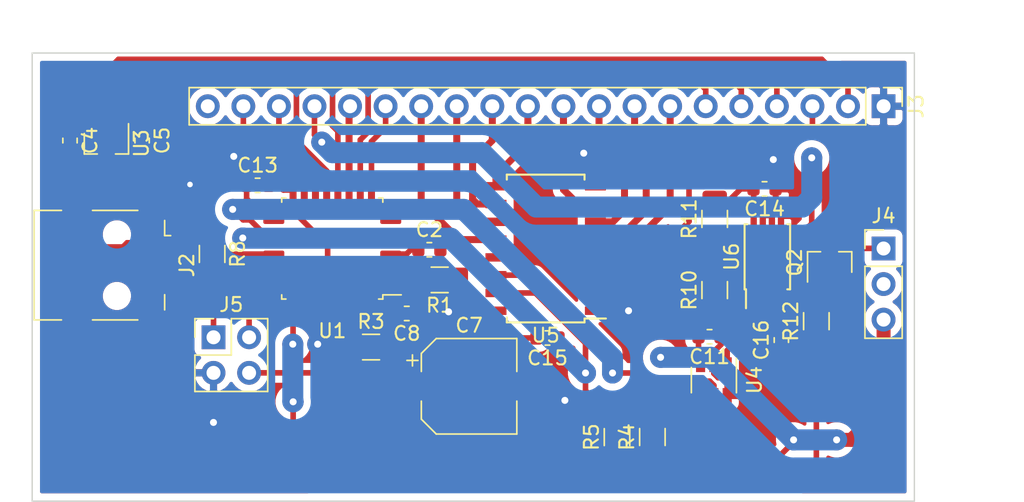
<source format=kicad_pcb>
(kicad_pcb (version 20171130) (host pcbnew "(5.1.0)-1")
  (layers (0 F.Cu signal) (31 B.Cu signal) (34 B.Paste user) (35 F.Paste user) (36 B.SilkS user) (37 F.SilkS user) (38 B.Mask user) (39 F.Mask user) (44 Edge.Cuts user))
  (net 0 "")
  (net 1 GND)
  (net 2 "Net-(C2-Pad1)")
  (net 3 +5V)
  (net 4 +3V3)
  (net 5 /VEE)
  (net 6 +5VA)
  (net 7 /USB_D+)
  (net 8 /USB_D-)
  (net 9 /FS)
  (net 10 /MD2)
  (net 11 /RESET)
  (net 12 /CE)
  (net 13 /DB7)
  (net 14 /DB6)
  (net 15 /DB5)
  (net 16 /DB4)
  (net 17 /DB3)
  (net 18 /DB2)
  (net 19 /DB1)
  (net 20 /DB0)
  (net 21 /WR)
  (net 22 /RD)
  (net 23 /CD)
  (net 24 /V0)
  (net 25 "Net-(J4-Pad1)")
  (net 26 /SWCLK)
  (net 27 /SWDIO)
  (net 28 "Net-(Q2-Pad1)")
  (net 29 "Net-(R3-Pad1)")
  (net 30 /SCL)
  (net 31 /SDA)
  (net 32 "Net-(R10-Pad2)")
  (net 33 /BACKLIGHT)
  (net 34 "Net-(U4-Pad1)")
  (net 35 "Net-(U6-Pad6)")
  (module Resistor_SMD:R_1206_3216Metric (layer F.Cu) (at 158.7642 74.4286 90)
    (fp_text reference R5 (at 0 -1.82 90) (layer F.SilkS))
    (fp_text value 4.7k)
    (pad 2 smd roundrect (at 1.4 0 90) (size 1.25 1.75) (layers F.Cu F.Paste F.Mask) (roundrect_rratio 0.2) (net 31 /SDA))
    (pad 1 smd roundrect (at -1.4 0 90) (size 1.25 1.75) (layers F.Cu F.Paste F.Mask) (roundrect_rratio 0.2) (net 4 +3V3))
  )
  (module Resistor_SMD:R_1206_3216Metric (layer F.Cu) (at 161.29 74.422 90)
    (fp_text reference R4 (at 0 -1.82 90) (layer F.SilkS))
    (fp_text value 4.7k)
    (pad 2 smd roundrect (at 1.4 0 90) (size 1.25 1.75) (layers F.Cu F.Paste F.Mask) (roundrect_rratio 0.2) (net 30 /SCL))
    (pad 1 smd roundrect (at -1.4 0 90) (size 1.25 1.75) (layers F.Cu F.Paste F.Mask) (roundrect_rratio 0.2) (net 4 +3V3))
  )
  (module Resistor_SMD:R_1206_3216Metric (layer F.Cu) (at 129.85 61.35 270)
    (fp_text reference R8 (at 0 -1.82 270) (layer F.SilkS))
    (fp_text value 1k)
    (pad 2 smd roundrect (at 1.4 0 270) (size 1.25 1.75) (layers F.Cu F.Paste F.Mask) (roundrect_rratio 0.2) (net 7 /USB_D+))
    (pad 1 smd roundrect (at -1.4 0 270) (size 1.25 1.75) (layers F.Cu F.Paste F.Mask) (roundrect_rratio 0.2) (net 4 +3V3))
  )
  (module Resistor_SMD:R_1206_3216Metric (layer F.Cu) (at 141.2 68)
    (fp_text reference R3 (at 0 -1.82) (layer F.SilkS))
    (fp_text value 100k)
    (pad 2 smd roundrect (at 1.4 0) (size 1.25 1.75) (layers F.Cu F.Paste F.Mask) (roundrect_rratio 0.2) (net 1 GND))
    (pad 1 smd roundrect (at -1.4 0) (size 1.25 1.75) (layers F.Cu F.Paste F.Mask) (roundrect_rratio 0.2) (net 29 "Net-(R3-Pad1)"))
  )
  (module Resistor_SMD:R_1206_3216Metric (layer F.Cu) (at 146.1 63.2 180)
    (fp_text reference R1 (at 0 -1.82 180) (layer F.SilkS))
    (fp_text value 100k)
    (pad 2 smd roundrect (at 1.4 0 180) (size 1.25 1.75) (layers F.Cu F.Paste F.Mask) (roundrect_rratio 0.2) (net 2 "Net-(C2-Pad1)"))
    (pad 1 smd roundrect (at -1.4 0 180) (size 1.25 1.75) (layers F.Cu F.Paste F.Mask) (roundrect_rratio 0.2) (net 4 +3V3))
  )
  (module Package_SO:TSSOP-8_4.4x3mm_P0.65mm (layer F.Cu) (at 169.5 61.55 90)
    (fp_text reference U6 (at 0 -2.55 90) (layer F.SilkS))
    (fp_text value OPA2990)
    (pad 8 smd rect (at 2.95 -0.975 90) (size 1.45 0.45) (layers F.Cu F.Paste F.Mask) (net 3 +5V))
    (pad 7 smd rect (at 2.95 -0.325 90) (size 1.45 0.45) (layers F.Cu F.Paste F.Mask) (net 35 "Net-(U6-Pad6)"))
    (pad 6 smd rect (at 2.95 0.325 90) (size 1.45 0.45) (layers F.Cu F.Paste F.Mask) (net 35 "Net-(U6-Pad6)"))
    (pad 5 smd rect (at 2.95 0.975 90) (size 1.45 0.45) (layers F.Cu F.Paste F.Mask) (net 1 GND))
    (pad 4 smd rect (at -2.95 0.975 90) (size 1.45 0.45) (layers F.Cu F.Paste F.Mask) (net 5 /VEE))
    (pad 3 smd rect (at -2.95 0.325 90) (size 1.45 0.45) (layers F.Cu F.Paste F.Mask) (net 34 "Net-(U4-Pad1)"))
    (pad 2 smd rect (at -2.95 -0.325 90) (size 1.45 0.45) (layers F.Cu F.Paste F.Mask) (net 32 "Net-(R10-Pad2)"))
    (pad 1 smd rect (at -2.95 -0.975 90) (size 1.45 0.45) (layers F.Cu F.Paste F.Mask) (net 24 /V0))
  )
  (module Package_SO:SOIC-16W_5.3x10.2mm_P1.27mm (layer F.Cu) (at 153.67 60.96 180)
    (fp_text reference U5 (at 0 -6.2 180) (layer F.SilkS))
    (fp_text value TCA9534)
    (pad 16 smd rect (at 3.55 -4.445 180) (size 1.5 0.6) (layers F.Cu F.Paste F.Mask) (net 4 +3V3))
    (pad 15 smd rect (at 3.55 -3.175 180) (size 1.5 0.6) (layers F.Cu F.Paste F.Mask) (net 31 /SDA))
    (pad 14 smd rect (at 3.55 -1.905 180) (size 1.5 0.6) (layers F.Cu F.Paste F.Mask) (net 30 /SCL))
    (pad 13 smd rect (at 3.55 -0.635 180) (size 1.5 0.6) (layers F.Cu F.Paste F.Mask))
    (pad 12 smd rect (at 3.55 0.635 180) (size 1.5 0.6) (layers F.Cu F.Paste F.Mask) (net 13 /DB7))
    (pad 11 smd rect (at 3.55 1.905 180) (size 1.5 0.6) (layers F.Cu F.Paste F.Mask) (net 14 /DB6))
    (pad 10 smd rect (at 3.55 3.175 180) (size 1.5 0.6) (layers F.Cu F.Paste F.Mask) (net 15 /DB5))
    (pad 9 smd rect (at 3.55 4.445 180) (size 1.5 0.6) (layers F.Cu F.Paste F.Mask) (net 16 /DB4))
    (pad 8 smd rect (at -3.55 4.445 180) (size 1.5 0.6) (layers F.Cu F.Paste F.Mask) (net 1 GND))
    (pad 7 smd rect (at -3.55 3.175 180) (size 1.5 0.6) (layers F.Cu F.Paste F.Mask) (net 17 /DB3))
    (pad 6 smd rect (at -3.55 1.905 180) (size 1.5 0.6) (layers F.Cu F.Paste F.Mask) (net 18 /DB2))
    (pad 5 smd rect (at -3.55 0.635 180) (size 1.5 0.6) (layers F.Cu F.Paste F.Mask) (net 19 /DB1))
    (pad 4 smd rect (at -3.55 -0.635 180) (size 1.5 0.6) (layers F.Cu F.Paste F.Mask) (net 20 /DB0))
    (pad 3 smd rect (at -3.55 -1.905 180) (size 1.5 0.6) (layers F.Cu F.Paste F.Mask) (net 1 GND))
    (pad 2 smd rect (at -3.55 -3.175 180) (size 1.5 0.6) (layers F.Cu F.Paste F.Mask) (net 1 GND))
    (pad 1 smd rect (at -3.55 -4.445 180) (size 1.5 0.6) (layers F.Cu F.Paste F.Mask) (net 1 GND))
  )
  (module Package_TO_SOT_SMD:SOT-23-6 (layer F.Cu) (at 165.6824 70.358 270)
    (fp_text reference U4 (at 0 -2.9 270) (layer F.SilkS))
    (fp_text value MCP4725A)
    (pad 5 smd rect (at 1.1 0 270) (size 1.06 0.65) (layers F.Cu F.Paste F.Mask) (net 30 /SCL))
    (pad 6 smd rect (at 1.1 -0.95 270) (size 1.06 0.65) (layers F.Cu F.Paste F.Mask) (net 1 GND))
    (pad 4 smd rect (at 1.1 0.95 270) (size 1.06 0.65) (layers F.Cu F.Paste F.Mask) (net 31 /SDA))
    (pad 3 smd rect (at -1.1 0.95 270) (size 1.06 0.65) (layers F.Cu F.Paste F.Mask) (net 4 +3V3))
    (pad 2 smd rect (at -1.1 0 270) (size 1.06 0.65) (layers F.Cu F.Paste F.Mask) (net 1 GND))
    (pad 1 smd rect (at -1.1 -0.95 270) (size 1.06 0.65) (layers F.Cu F.Paste F.Mask) (net 34 "Net-(U4-Pad1)"))
  )
  (module Package_TO_SOT_SMD:SOT-23 (layer F.Cu) (at 122.3 53.45 270)
    (fp_text reference U3 (at 0 -2.5 270) (layer F.SilkS))
    (fp_text value MCP1812BT_033TT)
    (pad 3 smd rect (at 1 0 270) (size 0.9 0.8) (layers F.Cu F.Paste F.Mask) (net 1 GND))
    (pad 2 smd rect (at -1 0.95 270) (size 0.9 0.8) (layers F.Cu F.Paste F.Mask) (net 6 +5VA))
    (pad 1 smd rect (at -1 -0.95 270) (size 0.9 0.8) (layers F.Cu F.Paste F.Mask) (net 4 +3V3))
  )
  (module Package_QFP:LQFP-32_7x7mm_P0.8mm (layer F.Cu) (at 138.43 60.96 180)
    (fp_text reference U1 (at 0 -5.88 180) (layer F.SilkS))
    (fp_text value STM32L412K8Tx)
    (pad 32 smd roundrect (at -2.8 -4.175 180) (size 0.5 1.5) (layers F.Cu F.Paste F.Mask) (net 1 GND))
    (pad 31 smd roundrect (at -2 -4.175 180) (size 0.5 1.5) (layers F.Cu F.Paste F.Mask) (net 29 "Net-(R3-Pad1)"))
    (pad 30 smd roundrect (at -1.2 -4.175 180) (size 0.5 1.5) (layers F.Cu F.Paste F.Mask))
    (pad 29 smd roundrect (at -0.4 -4.175 180) (size 0.5 1.5) (layers F.Cu F.Paste F.Mask))
    (pad 28 smd roundrect (at 0.4 -4.175 180) (size 0.5 1.5) (layers F.Cu F.Paste F.Mask))
    (pad 27 smd roundrect (at 1.2 -4.175 180) (size 0.5 1.5) (layers F.Cu F.Paste F.Mask))
    (pad 26 smd roundrect (at 2 -4.175 180) (size 0.5 1.5) (layers F.Cu F.Paste F.Mask))
    (pad 25 smd roundrect (at 2.8 -4.175 180) (size 0.5 1.5) (layers F.Cu F.Paste F.Mask) (net 33 /BACKLIGHT))
    (pad 24 smd roundrect (at 4.175 -2.8 180) (size 1.5 0.5) (layers F.Cu F.Paste F.Mask) (net 26 /SWCLK))
    (pad 23 smd roundrect (at 4.175 -2 180) (size 1.5 0.5) (layers F.Cu F.Paste F.Mask) (net 27 /SWDIO))
    (pad 22 smd roundrect (at 4.175 -1.2 180) (size 1.5 0.5) (layers F.Cu F.Paste F.Mask) (net 7 /USB_D+))
    (pad 21 smd roundrect (at 4.175 -0.4 180) (size 1.5 0.5) (layers F.Cu F.Paste F.Mask) (net 8 /USB_D-))
    (pad 20 smd roundrect (at 4.175 0.4 180) (size 1.5 0.5) (layers F.Cu F.Paste F.Mask) (net 31 /SDA))
    (pad 19 smd roundrect (at 4.175 1.2 180) (size 1.5 0.5) (layers F.Cu F.Paste F.Mask) (net 30 /SCL))
    (pad 18 smd roundrect (at 4.175 2 180) (size 1.5 0.5) (layers F.Cu F.Paste F.Mask))
    (pad 17 smd roundrect (at 4.175 2.8 180) (size 1.5 0.5) (layers F.Cu F.Paste F.Mask) (net 4 +3V3))
    (pad 16 smd roundrect (at 2.8 4.175 180) (size 0.5 1.5) (layers F.Cu F.Paste F.Mask) (net 1 GND))
    (pad 15 smd roundrect (at 2 4.175 180) (size 0.5 1.5) (layers F.Cu F.Paste F.Mask) (net 9 /FS))
    (pad 14 smd roundrect (at 1.2 4.175 180) (size 0.5 1.5) (layers F.Cu F.Paste F.Mask) (net 10 /MD2))
    (pad 13 smd roundrect (at 0.4 4.175 180) (size 0.5 1.5) (layers F.Cu F.Paste F.Mask) (net 23 /CD))
    (pad 12 smd roundrect (at -0.4 4.175 180) (size 0.5 1.5) (layers F.Cu F.Paste F.Mask) (net 22 /RD))
    (pad 11 smd roundrect (at -1.2 4.175 180) (size 0.5 1.5) (layers F.Cu F.Paste F.Mask) (net 11 /RESET))
    (pad 10 smd roundrect (at -2 4.175 180) (size 0.5 1.5) (layers F.Cu F.Paste F.Mask) (net 21 /WR))
    (pad 9 smd roundrect (at -2.8 4.175 180) (size 0.5 1.5) (layers F.Cu F.Paste F.Mask) (net 12 /CE))
    (pad 8 smd roundrect (at -4.175 2.8 180) (size 1.5 0.5) (layers F.Cu F.Paste F.Mask))
    (pad 7 smd roundrect (at -4.175 2 180) (size 1.5 0.5) (layers F.Cu F.Paste F.Mask))
    (pad 6 smd roundrect (at -4.175 1.2 180) (size 1.5 0.5) (layers F.Cu F.Paste F.Mask))
    (pad 5 smd roundrect (at -4.175 0.4 180) (size 1.5 0.5) (layers F.Cu F.Paste F.Mask) (net 4 +3V3))
    (pad 4 smd roundrect (at -4.175 -0.4 180) (size 1.5 0.5) (layers F.Cu F.Paste F.Mask) (net 2 "Net-(C2-Pad1)"))
    (pad 3 smd roundrect (at -4.175 -1.2 180) (size 1.5 0.5) (layers F.Cu F.Paste F.Mask))
    (pad 2 smd roundrect (at -4.175 -2 180) (size 1.5 0.5) (layers F.Cu F.Paste F.Mask))
    (pad 1 smd roundrect (at -4.175 -2.8 180) (size 1.5 0.5) (layers F.Cu F.Paste F.Mask) (net 4 +3V3))
  )
  (module Resistor_SMD:R_1206_3216Metric (layer F.Cu) (at 173 66.15 90)
    (fp_text reference R12 (at 0 -1.82 90) (layer F.SilkS))
    (fp_text value 100)
    (pad 2 smd roundrect (at 1.4 0 90) (size 1.25 1.75) (layers F.Cu F.Paste F.Mask) (roundrect_rratio 0.2) (net 28 "Net-(Q2-Pad1)"))
    (pad 1 smd roundrect (at -1.4 0 90) (size 1.25 1.75) (layers F.Cu F.Paste F.Mask) (roundrect_rratio 0.2) (net 33 /BACKLIGHT))
  )
  (module Resistor_SMD:R_1206_3216Metric (layer F.Cu) (at 165.74 58.85 90)
    (fp_text reference R11 (at 0 -1.82 90) (layer F.SilkS))
    (fp_text value 1.2k)
    (pad 2 smd roundrect (at 1.4 0 90) (size 1.25 1.75) (layers F.Cu F.Paste F.Mask) (roundrect_rratio 0.2) (net 3 +5V))
    (pad 1 smd roundrect (at -1.4 0 90) (size 1.25 1.75) (layers F.Cu F.Paste F.Mask) (roundrect_rratio 0.2) (net 32 "Net-(R10-Pad2)"))
  )
  (module Resistor_SMD:R_1206_3216Metric (layer F.Cu) (at 165.74 63.93 90)
    (fp_text reference R10 (at 0 -1.82 90) (layer F.SilkS))
    (fp_text value 6.8k)
    (pad 2 smd roundrect (at 1.4 0 90) (size 1.25 1.75) (layers F.Cu F.Paste F.Mask) (roundrect_rratio 0.2) (net 32 "Net-(R10-Pad2)"))
    (pad 1 smd roundrect (at -1.4 0 90) (size 1.25 1.75) (layers F.Cu F.Paste F.Mask) (roundrect_rratio 0.2) (net 24 /V0))
  )
  (module Package_TO_SOT_SMD:SOT-23 (layer F.Cu) (at 173.95 61.95 90)
    (fp_text reference Q2 (at 0 -2.5 90) (layer F.SilkS))
    (fp_text value DMN6140L)
    (pad 3 smd rect (at 1 0 90) (size 0.9 0.8) (layers F.Cu F.Paste F.Mask) (net 25 "Net-(J4-Pad1)"))
    (pad 2 smd rect (at -1 0.95 90) (size 0.9 0.8) (layers F.Cu F.Paste F.Mask) (net 1 GND))
    (pad 1 smd rect (at -1 -0.95 90) (size 0.9 0.8) (layers F.Cu F.Paste F.Mask) (net 28 "Net-(Q2-Pad1)"))
  )
  (module Connector_PinHeader_2.54mm:PinHeader_2x02_P2.54mm_Vertical (layer F.Cu) (at 129.95 67.3)
    (fp_text reference J5 (at 1.27 -2.33) (layer F.SilkS))
    (fp_text value SWD)
    (pad 4 thru_hole oval (at 2.54 2.54) (size 1.7 1.7) (drill 1) (layers *.Cu *.Mask) (net 4 +3V3))
    (pad 3 thru_hole oval (at 0 2.54) (size 1.7 1.7) (drill 1) (layers *.Cu *.Mask) (net 1 GND))
    (pad 2 thru_hole oval (at 2.54 0) (size 1.7 1.7) (drill 1) (layers *.Cu *.Mask) (net 26 /SWCLK))
    (pad 1 thru_hole rect (at 0 0) (size 1.7 1.7) (drill 1) (layers *.Cu *.Mask) (net 27 /SWDIO))
  )
  (module Connector_PinHeader_2.54mm:PinHeader_1x03_P2.54mm_Vertical (layer F.Cu) (at 177.8 60.96)
    (fp_text reference J4 (at 0 -2.33) (layer F.SilkS))
    (fp_text value Conn_01x03_Male)
    (pad 3 thru_hole oval (at 0 5.08) (size 1.7 1.7) (drill 1) (layers *.Cu *.Mask) (net 4 +3V3))
    (pad 2 thru_hole oval (at 0 2.54) (size 1.7 1.7) (drill 1) (layers *.Cu *.Mask))
    (pad 1 thru_hole rect (at 0 0) (size 1.7 1.7) (drill 1) (layers *.Cu *.Mask) (net 25 "Net-(J4-Pad1)"))
  )
  (module Connector_PinHeader_2.54mm:PinHeader_1x20_P2.54mm_Vertical (layer F.Cu) (at 177.8 50.8 270)
    (fp_text reference J3 (at 0 -2.33 270) (layer F.SilkS))
    (fp_text value LCD)
    (pad 20 thru_hole oval (at 0 48.26 270) (size 1.7 1.7) (drill 1) (layers *.Cu *.Mask))
    (pad 19 thru_hole oval (at 0 45.72 270) (size 1.7 1.7) (drill 1) (layers *.Cu *.Mask) (net 9 /FS))
    (pad 18 thru_hole oval (at 0 43.18 270) (size 1.7 1.7) (drill 1) (layers *.Cu *.Mask) (net 10 /MD2))
    (pad 17 thru_hole oval (at 0 40.64 270) (size 1.7 1.7) (drill 1) (layers *.Cu *.Mask) (net 5 /VEE))
    (pad 16 thru_hole oval (at 0 38.1 270) (size 1.7 1.7) (drill 1) (layers *.Cu *.Mask) (net 11 /RESET))
    (pad 15 thru_hole oval (at 0 35.56 270) (size 1.7 1.7) (drill 1) (layers *.Cu *.Mask) (net 12 /CE))
    (pad 14 thru_hole oval (at 0 33.02 270) (size 1.7 1.7) (drill 1) (layers *.Cu *.Mask) (net 13 /DB7))
    (pad 13 thru_hole oval (at 0 30.48 270) (size 1.7 1.7) (drill 1) (layers *.Cu *.Mask) (net 14 /DB6))
    (pad 12 thru_hole oval (at 0 27.94 270) (size 1.7 1.7) (drill 1) (layers *.Cu *.Mask) (net 15 /DB5))
    (pad 11 thru_hole oval (at 0 25.4 270) (size 1.7 1.7) (drill 1) (layers *.Cu *.Mask) (net 16 /DB4))
    (pad 10 thru_hole oval (at 0 22.86 270) (size 1.7 1.7) (drill 1) (layers *.Cu *.Mask) (net 17 /DB3))
    (pad 9 thru_hole oval (at 0 20.32 270) (size 1.7 1.7) (drill 1) (layers *.Cu *.Mask) (net 18 /DB2))
    (pad 8 thru_hole oval (at 0 17.78 270) (size 1.7 1.7) (drill 1) (layers *.Cu *.Mask) (net 19 /DB1))
    (pad 7 thru_hole oval (at 0 15.24 270) (size 1.7 1.7) (drill 1) (layers *.Cu *.Mask) (net 20 /DB0))
    (pad 6 thru_hole oval (at 0 12.7 270) (size 1.7 1.7) (drill 1) (layers *.Cu *.Mask) (net 21 /WR))
    (pad 5 thru_hole oval (at 0 10.16 270) (size 1.7 1.7) (drill 1) (layers *.Cu *.Mask) (net 22 /RD))
    (pad 4 thru_hole oval (at 0 7.62 270) (size 1.7 1.7) (drill 1) (layers *.Cu *.Mask) (net 23 /CD))
    (pad 3 thru_hole oval (at 0 5.08 270) (size 1.7 1.7) (drill 1) (layers *.Cu *.Mask) (net 24 /V0))
    (pad 2 thru_hole oval (at 0 2.54 270) (size 1.7 1.7) (drill 1) (layers *.Cu *.Mask) (net 6 +5VA))
    (pad 1 thru_hole rect (at 0 0 270) (size 1.7 1.7) (drill 1) (layers *.Cu *.Mask) (net 1 GND))
  )
  (module Connector_USB:USB_Mini-B_Lumberg_2486_01_Horizontal (layer F.Cu) (at 123.05 62.15 270)
    (fp_text reference J2 (at 0 -5 270) (layer F.SilkS))
    (fp_text value USB_B_Mini)
    (pad "" np_thru_hole circle (at 2.2 0 270) (size 1 1) (drill 1) (layers *.Cu *.Mask))
    (pad "" np_thru_hole circle (at -2.2 0 270) (size 1 1) (drill 1) (layers *.Cu *.Mask))
    (pad 6 smd rect (at 4.45 2.85 270) (size 2 1.7) (layers F.Cu F.Paste F.Mask) (net 1 GND))
    (pad 6 smd rect (at 4.45 -2.6 270) (size 2 1.7) (layers F.Cu F.Paste F.Mask) (net 1 GND))
    (pad 6 smd rect (at -4.45 2.85 270) (size 2 1.7) (layers F.Cu F.Paste F.Mask) (net 1 GND))
    (pad 6 smd rect (at -4.45 -2.6 270) (size 2 1.7) (layers F.Cu F.Paste F.Mask) (net 1 GND))
    (pad 5 smd rect (at 1.6 -2.7 270) (size 0.5 2) (layers F.Cu F.Paste F.Mask) (net 1 GND))
    (pad 4 smd rect (at 0.8 -2.7 270) (size 0.5 2) (layers F.Cu F.Paste F.Mask))
    (pad 3 smd rect (at 0 -2.7 270) (size 0.5 2) (layers F.Cu F.Paste F.Mask) (net 7 /USB_D+))
    (pad 2 smd rect (at -0.8 -2.7 270) (size 0.5 2) (layers F.Cu F.Paste F.Mask) (net 8 /USB_D-))
    (pad 1 smd rect (at -1.6 -2.7 270) (size 0.5 2) (layers F.Cu F.Paste F.Mask) (net 6 +5VA))
  )
  (module Capacitor_SMD:C_0603_1608Metric (layer F.Cu) (at 170.5 67.5 90)
    (fp_text reference C16 (at 0 -1.43 90) (layer F.SilkS))
    (fp_text value 100n)
    (pad 2 smd roundrect (at 0.7875 0 90) (size 0.875 0.95) (layers F.Cu F.Paste F.Mask) (net 5 /VEE))
    (pad 1 smd roundrect (at -0.7875 0 90) (size 0.875 0.95) (layers F.Cu F.Paste F.Mask) (net 1 GND))
  )
  (module Capacitor_SMD:C_0603_1608Metric (layer F.Cu) (at 153.8 67.35 180)
    (fp_text reference C15 (at 0 -1.43 180) (layer F.SilkS))
    (fp_text value 100n)
    (pad 2 smd roundrect (at 0.7875 0 180) (size 0.875 0.95) (layers F.Cu F.Paste F.Mask) (net 4 +3V3))
    (pad 1 smd roundrect (at -0.7875 0 180) (size 0.875 0.95) (layers F.Cu F.Paste F.Mask) (net 1 GND))
  )
  (module Capacitor_SMD:C_0603_1608Metric (layer F.Cu) (at 169.3 56.7 180)
    (fp_text reference C14 (at 0 -1.43 180) (layer F.SilkS))
    (fp_text value 100n)
    (pad 2 smd roundrect (at 0.7875 0 180) (size 0.875 0.95) (layers F.Cu F.Paste F.Mask) (net 3 +5V))
    (pad 1 smd roundrect (at -0.7875 0 180) (size 0.875 0.95) (layers F.Cu F.Paste F.Mask) (net 1 GND))
  )
  (module Capacitor_SMD:C_0603_1608Metric (layer F.Cu) (at 133.1 56.45)
    (fp_text reference C13 (at 0 -1.43) (layer F.SilkS))
    (fp_text value 100n)
    (pad 2 smd roundrect (at 0.7875 0) (size 0.875 0.95) (layers F.Cu F.Paste F.Mask) (net 1 GND))
    (pad 1 smd roundrect (at -0.7875 0) (size 0.875 0.95) (layers F.Cu F.Paste F.Mask) (net 4 +3V3))
  )
  (module Capacitor_SMD:C_0603_1608Metric (layer F.Cu) (at 165.3724 67.262 180)
    (fp_text reference C11 (at 0 -1.43 180) (layer F.SilkS))
    (fp_text value 100n)
    (pad 2 smd roundrect (at 0.7875 0 180) (size 0.875 0.95) (layers F.Cu F.Paste F.Mask) (net 4 +3V3))
    (pad 1 smd roundrect (at -0.7875 0 180) (size 0.875 0.95) (layers F.Cu F.Paste F.Mask) (net 1 GND))
  )
  (module Capacitor_SMD:C_0603_1608Metric (layer F.Cu) (at 143.75 65.6 180)
    (fp_text reference C8 (at 0 -1.43 180) (layer F.SilkS))
    (fp_text value 100n)
    (pad 2 smd roundrect (at 0.7875 0 180) (size 0.875 0.95) (layers F.Cu F.Paste F.Mask) (net 1 GND))
    (pad 1 smd roundrect (at -0.7875 0 180) (size 0.875 0.95) (layers F.Cu F.Paste F.Mask) (net 4 +3V3))
  )
  (module Capacitor_SMD:CP_Elec_6.3x5.9 (layer F.Cu) (at 148.2 70.8)
    (fp_text reference C7 (at 0 -4.35) (layer F.SilkS))
    (fp_text value CP)
    (pad 2 smd roundrect (at 2.8 0) (size 3.5 1.6) (layers F.Cu F.Paste F.Mask) (roundrect_rratio 0.15625) (net 1 GND))
    (pad 1 smd roundrect (at -2.8 0) (size 3.5 1.6) (layers F.Cu F.Paste F.Mask) (roundrect_rratio 0.15625) (net 4 +3V3))
  )
  (module Capacitor_SMD:C_0603_1608Metric (layer F.Cu) (at 124.85 53.25 270)
    (fp_text reference C5 (at 0 -1.43 270) (layer F.SilkS))
    (fp_text value C)
    (pad 2 smd roundrect (at 0.7875 0 270) (size 0.875 0.95) (layers F.Cu F.Paste F.Mask) (net 1 GND))
    (pad 1 smd roundrect (at -0.7875 0 270) (size 0.875 0.95) (layers F.Cu F.Paste F.Mask) (net 4 +3V3))
  )
  (module Capacitor_SMD:C_0603_1608Metric (layer F.Cu) (at 119.7 53.25 270)
    (fp_text reference C4 (at 0 -1.43 270) (layer F.SilkS))
    (fp_text value C)
    (pad 2 smd roundrect (at 0.7875 0 270) (size 0.875 0.95) (layers F.Cu F.Paste F.Mask) (net 1 GND))
    (pad 1 smd roundrect (at -0.7875 0 270) (size 0.875 0.95) (layers F.Cu F.Paste F.Mask) (net 6 +5VA))
  )
  (module Capacitor_SMD:C_0603_1608Metric (layer F.Cu) (at 145.3625 61.05)
    (fp_text reference C2 (at 0 -1.43) (layer F.SilkS))
    (fp_text value 100n)
    (pad 2 smd roundrect (at 0.7875 0) (size 0.875 0.95) (layers F.Cu F.Paste F.Mask) (net 1 GND))
    (pad 1 smd roundrect (at -0.7875 0) (size 0.875 0.95) (layers F.Cu F.Paste F.Mask) (net 2 "Net-(C2-Pad1)"))
  )
  (gr_line (start 117 79) (end 117 47) (layer Edge.Cuts) (width 0.1))
  (gr_line (start 180 79) (end 117 79) (layer Edge.Cuts) (width 0.1))
  (gr_line (start 180 47) (end 180 79) (layer Edge.Cuts) (width 0.1))
  (gr_line (start 117 47) (end 180 47) (layer Edge.Cuts) (width 0.1))
  (segment (start 157.22 62.865) (end 157.22 64.135) (width 0.5) (layer F.Cu) (net 1))
  (segment (start 157.22 64.135) (end 157.22 65.405) (width 0.5) (layer F.Cu) (net 1))
  (segment (start 119.7 55.05) (end 120.2 55.55) (width 0.4) (layer F.Cu) (net 1))
  (segment (start 119.7 54.0375) (end 119.7 55.05) (width 0.4) (layer F.Cu) (net 1))
  (segment (start 120.2 57.7) (end 120.2 55.55) (width 0.4) (layer F.Cu) (net 1))
  (segment (start 122.3 55.3) (end 122.3 54.45) (width 0.4) (layer F.Cu) (net 1))
  (segment (start 122.05 55.55) (end 122.3 55.3) (width 0.4) (layer F.Cu) (net 1))
  (segment (start 120.2 55.55) (end 122.05 55.55) (width 0.4) (layer F.Cu) (net 1))
  (segment (start 122.05 55.55) (end 124.45 55.55) (width 0.4) (layer F.Cu) (net 1))
  (segment (start 124.85 55.15) (end 124.85 54.0375) (width 0.4) (layer F.Cu) (net 1))
  (segment (start 124.45 55.55) (end 124.85 55.15) (width 0.4) (layer F.Cu) (net 1))
  (segment (start 125.65 57.7) (end 125.65 56.05) (width 0.4) (layer F.Cu) (net 1))
  (segment (start 125.15 55.55) (end 124.45 55.55) (width 0.4) (layer F.Cu) (net 1))
  (segment (start 125.65 56.05) (end 125.15 55.55) (width 0.4) (layer F.Cu) (net 1))
  (segment (start 120.2 66.6) (end 125.65 66.6) (width 0.5) (layer F.Cu) (net 1))
  (segment (start 125.75 66.5) (end 125.65 66.6) (width 0.5) (layer F.Cu) (net 1))
  (segment (start 125.75 63.75) (end 125.75 66.5) (width 0.5) (layer F.Cu) (net 1))
  (segment (start 129.95 69.84) (end 126.84 69.84) (width 0.5) (layer F.Cu) (net 1))
  (segment (start 125.65 68.65) (end 125.65 66.6) (width 0.5) (layer F.Cu) (net 1))
  (segment (start 126.84 69.84) (end 125.65 68.65) (width 0.5) (layer F.Cu) (net 1))
  (segment (start 142.9625 65.6) (end 142.9625 66.3875) (width 0.4) (layer F.Cu) (net 1))
  (segment (start 142.6 66.75) (end 142.6 68) (width 0.4) (layer F.Cu) (net 1))
  (segment (start 142.9625 66.3875) (end 142.6 66.75) (width 0.4) (layer F.Cu) (net 1))
  (segment (start 142.2 65.6) (end 142.9625 65.6) (width 0.4) (layer F.Cu) (net 1))
  (segment (start 141.23 65.135) (end 141.735 65.135) (width 0.4) (layer F.Cu) (net 1))
  (segment (start 141.735 65.135) (end 142.2 65.6) (width 0.4) (layer F.Cu) (net 1))
  (segment (start 153.45 70.8) (end 151 70.8) (width 0.4) (layer F.Cu) (net 1))
  (segment (start 154.5875 69.6625) (end 153.45 70.8) (width 0.4) (layer F.Cu) (net 1))
  (segment (start 154.5875 67.35) (end 154.5875 69.6625) (width 0.4) (layer F.Cu) (net 1))
  (segment (start 170.0875 57.275) (end 170.0875 56.7) (width 0.4) (layer F.Cu) (net 1))
  (segment (start 170.475 58.6) (end 170.475 57.6625) (width 0.4) (layer F.Cu) (net 1))
  (segment (start 170.475 57.6625) (end 170.0875 57.275) (width 0.4) (layer F.Cu) (net 1))
  (segment (start 165.6824 68.328) (end 166.1924 67.818) (width 0.4) (layer F.Cu) (net 1))
  (segment (start 165.6824 69.258) (end 165.6824 68.328) (width 0.4) (layer F.Cu) (net 1))
  (segment (start 166.1924 67.2945) (end 166.1599 67.262) (width 0.4) (layer F.Cu) (net 1))
  (segment (start 166.1924 67.818) (end 166.1924 67.2945) (width 0.4) (layer F.Cu) (net 1))
  (segment (start 135.63 56.785) (end 134.9408 56.785) (width 0.4) (layer F.Cu) (net 1))
  (segment (start 134.6058 56.45) (end 133.8875 56.45) (width 0.4) (layer F.Cu) (net 1))
  (segment (start 134.9408 56.785) (end 134.6058 56.45) (width 0.4) (layer F.Cu) (net 1))
  (segment (start 166.6324 71.458) (end 169.6134 71.458) (width 0.4) (layer F.Cu) (net 1))
  (segment (start 170.5 70.5714) (end 169.6134 71.458) (width 0.4) (layer F.Cu) (net 1))
  (segment (start 170.5 68.2875) (end 170.5 70.5714) (width 0.4) (layer F.Cu) (net 1))
  (segment (start 166.6324 70.528) (end 166.6324 71.458) (width 0.4) (layer F.Cu) (net 1))
  (segment (start 166.292401 70.188001) (end 166.6324 70.528) (width 0.4) (layer F.Cu) (net 1))
  (segment (start 165.987399 70.188001) (end 166.292401 70.188001) (width 0.4) (layer F.Cu) (net 1))
  (segment (start 165.6824 69.258) (end 165.6824 69.883002) (width 0.4) (layer F.Cu) (net 1))
  (segment (start 165.6824 69.883002) (end 165.987399 70.188001) (width 0.4) (layer F.Cu) (net 1))
  (segment (start 133.8875 56.45) (end 133.8875 55.4269) (width 0.4) (layer F.Cu) (net 1))
  (segment (start 133.8875 55.4269) (end 132.842 54.3814) (width 0.4) (layer F.Cu) (net 1))
  (via (at 131.3942 54.3814) (size 1.5) (drill 0.5) (layers F.Cu B.Cu) (net 1))
  (segment (start 132.842 54.3814) (end 131.3942 54.3814) (width 0.4) (layer F.Cu) (net 1))
  (via (at 129.9464 73.3806) (size 1.5) (drill 0.5) (layers F.Cu B.Cu) (net 1))
  (segment (start 129.95 69.84) (end 129.95 73.377) (width 0.4) (layer F.Cu) (net 1))
  (segment (start 129.95 73.377) (end 129.9464 73.3806) (width 0.4) (layer F.Cu) (net 1))
  (via (at 169.926 54.61) (size 1.5) (drill 0.5) (layers F.Cu B.Cu) (net 1))
  (via (at 156.3878 54.1528) (size 1.5) (drill 0.5) (layers F.Cu B.Cu) (net 1))
  (via (at 146.7358 65.4812) (size 1.5) (drill 0.5) (layers F.Cu B.Cu) (net 1))
  (via (at 137.3886 67.7926) (size 1.5) (drill 0.5) (layers F.Cu B.Cu) (net 1))
  (via (at 159.5882 65.405) (size 1.5) (drill 0.5) (layers F.Cu B.Cu) (net 1))
  (via (at 155.0416 71.8058) (size 1.5) (drill 0.5) (layers F.Cu B.Cu) (net 1))
  (via (at 128.27 56.388) (size 0.8) (drill 0.4) (layers F.Cu B.Cu) (net 1))
  (segment (start 144.7 62.225) (end 144.7 63.2) (width 0.4) (layer F.Cu) (net 2))
  (segment (start 144.575 62.1) (end 144.7 62.225) (width 0.4) (layer F.Cu) (net 2))
  (segment (start 144.575 61.05) (end 144.575 62.1) (width 0.4) (layer F.Cu) (net 2))
  (segment (start 142.605 61.36) (end 143.74 61.36) (width 0.4) (layer F.Cu) (net 2))
  (segment (start 144.0375 61.05) (end 144.575 61.05) (width 0.4) (layer F.Cu) (net 2))
  (segment (start 143.74 61.3475) (end 144.0375 61.05) (width 0.4) (layer F.Cu) (net 2))
  (segment (start 143.74 61.36) (end 143.74 61.3475) (width 0.4) (layer F.Cu) (net 2))
  (segment (start 166.85 57.45) (end 165.74 57.45) (width 0.4) (layer F.Cu) (net 3))
  (segment (start 168.5125 56.7) (end 167.6 56.7) (width 0.4) (layer F.Cu) (net 3))
  (segment (start 167.6 56.7) (end 166.85 57.45) (width 0.4) (layer F.Cu) (net 3))
  (segment (start 168.525 56.7125) (end 168.5125 56.7) (width 0.4) (layer F.Cu) (net 3))
  (segment (start 168.525 58.6) (end 168.525 56.7125) (width 0.4) (layer F.Cu) (net 3))
  (segment (start 134.255 58.16) (end 135.51 58.16) (width 0.4) (layer F.Cu) (net 4))
  (segment (start 137.91 60.56) (end 142.605 60.56) (width 0.4) (layer F.Cu) (net 4))
  (segment (start 135.51 58.16) (end 137.91 60.56) (width 0.4) (layer F.Cu) (net 4))
  (segment (start 142.605 63.76) (end 139.21 63.76) (width 0.4) (layer F.Cu) (net 4))
  (segment (start 139.21 63.76) (end 138.1 62.65) (width 0.4) (layer F.Cu) (net 4))
  (segment (start 138.1 60.75) (end 137.91 60.56) (width 0.4) (layer F.Cu) (net 4))
  (segment (start 138.1 62.65) (end 138.1 60.75) (width 0.4) (layer F.Cu) (net 4))
  (segment (start 132.3125 56.45) (end 130.45 56.45) (width 0.4) (layer F.Cu) (net 4))
  (segment (start 129.85 57.05) (end 129.85 59) (width 0.4) (layer F.Cu) (net 4))
  (segment (start 130.45 56.45) (end 129.85 57.05) (width 0.4) (layer F.Cu) (net 4))
  (segment (start 129.85 59) (end 129.85 59.95) (width 0.4) (layer F.Cu) (net 4))
  (segment (start 124.8375 52.45) (end 124.85 52.4625) (width 0.4) (layer F.Cu) (net 4))
  (segment (start 123.25 52.45) (end 124.8375 52.45) (width 0.4) (layer F.Cu) (net 4))
  (segment (start 124.85 52.4625) (end 126.6625 52.4625) (width 0.4) (layer F.Cu) (net 4))
  (segment (start 126.6625 52.4625) (end 128.65 54.45) (width 0.4) (layer F.Cu) (net 4))
  (segment (start 129.85 55.65) (end 128.65 54.45) (width 0.4) (layer F.Cu) (net 4))
  (segment (start 129.85 57.05) (end 129.85 55.65) (width 0.4) (layer F.Cu) (net 4))
  (segment (start 142.605 64.11) (end 143.045 64.55) (width 0.4) (layer F.Cu) (net 4))
  (segment (start 142.605 63.76) (end 142.605 64.11) (width 0.4) (layer F.Cu) (net 4))
  (segment (start 143.045 64.55) (end 144.25 64.55) (width 0.4) (layer F.Cu) (net 4))
  (segment (start 144.5375 64.8375) (end 144.5375 65.6) (width 0.4) (layer F.Cu) (net 4))
  (segment (start 144.25 64.55) (end 144.5375 64.8375) (width 0.4) (layer F.Cu) (net 4))
  (segment (start 150.12 65.405) (end 150.12 66.47) (width 0.4) (layer F.Cu) (net 4))
  (segment (start 153.0125 67.35) (end 150.7 67.35) (width 0.4) (layer F.Cu) (net 4))
  (segment (start 150.12 66.77) (end 150.12 66.47) (width 0.4) (layer F.Cu) (net 4))
  (segment (start 150.7 67.35) (end 150.12 66.77) (width 0.4) (layer F.Cu) (net 4))
  (segment (start 164.5849 68.1805) (end 164.5849 67.262) (width 0.4) (layer F.Cu) (net 4))
  (segment (start 164.7324 69.258) (end 164.7324 68.328) (width 0.4) (layer F.Cu) (net 4))
  (segment (start 164.7324 68.328) (end 164.5849 68.1805) (width 0.4) (layer F.Cu) (net 4))
  (segment (start 145.4 70.8) (end 145.4 67.4) (width 0.4) (layer F.Cu) (net 4))
  (segment (start 145.4 67.0375) (end 145.4 67.4) (width 0.4) (layer F.Cu) (net 4))
  (segment (start 144.5375 66.175) (end 145.4 67.0375) (width 0.4) (layer F.Cu) (net 4))
  (segment (start 144.5375 65.6) (end 144.5375 66.175) (width 0.4) (layer F.Cu) (net 4))
  (segment (start 132.3125 57.4079) (end 133.0646 58.16) (width 0.4) (layer F.Cu) (net 4))
  (segment (start 132.3125 56.45) (end 132.3125 57.4079) (width 0.4) (layer F.Cu) (net 4))
  (segment (start 134.255 58.16) (end 133.0646 58.16) (width 0.4) (layer F.Cu) (net 4))
  (segment (start 137.023 69.84) (end 137.983 70.8) (width 0.4) (layer F.Cu) (net 4))
  (segment (start 132.49 69.84) (end 137.023 69.84) (width 0.4) (layer F.Cu) (net 4))
  (segment (start 145.4 70.8) (end 137.983 70.8) (width 0.4) (layer F.Cu) (net 4))
  (via (at 171.3738 74.6252) (size 1.5) (drill 0.5) (layers F.Cu B.Cu) (net 4))
  (via (at 174.4472 74.6252) (size 1.5) (drill 0.5) (layers F.Cu B.Cu) (net 4))
  (via (at 161.8742 68.7324) (size 1.5) (drill 0.5) (layers F.Cu B.Cu) (net 4))
  (segment (start 164.7324 69.258) (end 162.3998 69.258) (width 0.4) (layer F.Cu) (net 4))
  (segment (start 162.3998 69.258) (end 161.8742 68.7324) (width 0.4) (layer F.Cu) (net 4))
  (segment (start 145.7125 67.35) (end 150.7 67.35) (width 0.4) (layer F.Cu) (net 4))
  (segment (start 145.4 67.0375) (end 145.7125 67.35) (width 0.4) (layer F.Cu) (net 4))
  (segment (start 148.97 65.405) (end 150.12 65.405) (width 0.4) (layer F.Cu) (net 4))
  (segment (start 148.73 65.405) (end 148.97 65.405) (width 0.4) (layer F.Cu) (net 4))
  (segment (start 147.5 64.175) (end 148.73 65.405) (width 0.4) (layer F.Cu) (net 4))
  (segment (start 147.5 63.2) (end 147.5 64.175) (width 0.4) (layer F.Cu) (net 4))
  (segment (start 165.481 68.7324) (end 171.3738 74.6252) (width 1.5) (layer B.Cu) (net 4))
  (segment (start 161.8742 68.7324) (end 165.481 68.7324) (width 1.5) (layer B.Cu) (net 4))
  (segment (start 171.3738 74.6252) (end 174.4472 74.6252) (width 1.5) (layer B.Cu) (net 4))
  (segment (start 177.8 72.33306) (end 175.50786 74.6252) (width 1) (layer F.Cu) (net 4))
  (segment (start 177.8 66.04) (end 177.8 72.33306) (width 1) (layer F.Cu) (net 4))
  (segment (start 175.50786 74.6252) (end 174.4472 74.6252) (width 1) (layer F.Cu) (net 4))
  (segment (start 161.29 75.822) (end 158.7708 75.822) (width 0.4) (layer F.Cu) (net 4))
  (segment (start 158.7708 75.822) (end 158.7642 75.8286) (width 0.4) (layer F.Cu) (net 4))
  (segment (start 145.4 70.8) (end 145.4 74.5594) (width 0.4) (layer F.Cu) (net 4))
  (segment (start 158.7642 75.8286) (end 146.6692 75.8286) (width 0.4) (layer F.Cu) (net 4))
  (segment (start 145.4 74.5594) (end 146.6692 75.8286) (width 0.4) (layer F.Cu) (net 4))
  (segment (start 171.3738 74.7776) (end 171.3738 74.6252) (width 0.4) (layer F.Cu) (net 4))
  (segment (start 161.29 75.822) (end 170.3294 75.822) (width 0.4) (layer F.Cu) (net 4))
  (segment (start 170.3294 75.822) (end 171.3738 74.7776) (width 0.4) (layer F.Cu) (net 4))
  (segment (start 170.475 66.6875) (end 170.5 66.7125) (width 0.4) (layer F.Cu) (net 5))
  (segment (start 170.475 64.5) (end 170.475 66.6875) (width 0.4) (layer F.Cu) (net 5))
  (via (at 137.68 53.3654) (size 1.5) (drill 0.5) (layers F.Cu B.Cu) (net 5))
  (segment (start 137.16 50.8) (end 137.16 52.8454) (width 0.4) (layer F.Cu) (net 5))
  (segment (start 137.16 52.8454) (end 137.68 53.3654) (width 0.4) (layer F.Cu) (net 5))
  (segment (start 137.68 53.3654) (end 138.442 54.1274) (width 0.4) (layer B.Cu) (net 5))
  (segment (start 170.475 64.5) (end 170.475 61.3762) (width 0.4) (layer F.Cu) (net 5))
  (segment (start 170.475 61.3762) (end 172.6692 59.182) (width 0.4) (layer F.Cu) (net 5))
  (via (at 172.6692 54.483) (size 1.5) (drill 0.5) (layers F.Cu B.Cu) (net 5))
  (segment (start 172.6692 59.182) (end 172.6692 54.483) (width 0.4) (layer F.Cu) (net 5))
  (segment (start 138.429999 54.115399) (end 149.115399 54.115399) (width 1.5) (layer B.Cu) (net 5))
  (segment (start 137.68 53.3654) (end 138.429999 54.115399) (width 1.5) (layer B.Cu) (net 5))
  (segment (start 149.115399 54.115399) (end 153 58) (width 1.5) (layer B.Cu) (net 5))
  (segment (start 153 58) (end 172 58) (width 1.5) (layer B.Cu) (net 5))
  (segment (start 172.6692 57.3308) (end 172.6692 54.483) (width 1.5) (layer B.Cu) (net 5))
  (segment (start 172 58) (end 172.6692 57.3308) (width 1.5) (layer B.Cu) (net 5))
  (segment (start 121.3375 52.4625) (end 121.35 52.45) (width 0.4) (layer F.Cu) (net 6))
  (segment (start 119.7 52.4625) (end 121.3375 52.4625) (width 0.4) (layer F.Cu) (net 6))
  (segment (start 123.482001 60.850001) (end 118.650001 60.850001) (width 0.4) (layer F.Cu) (net 6))
  (segment (start 125.75 60.55) (end 123.782002 60.55) (width 0.4) (layer F.Cu) (net 6))
  (segment (start 123.782002 60.55) (end 123.482001 60.850001) (width 0.4) (layer F.Cu) (net 6))
  (segment (start 118.650001 60.850001) (end 117.85 60.05) (width 0.4) (layer F.Cu) (net 6))
  (segment (start 117.85 60.05) (end 117.85 53.2) (width 0.4) (layer F.Cu) (net 6))
  (segment (start 118.5875 52.4625) (end 117.85 53.2) (width 0.4) (layer F.Cu) (net 6))
  (segment (start 119.7 52.4625) (end 118.5875 52.4625) (width 0.4) (layer F.Cu) (net 6))
  (segment (start 175.26 49.3268) (end 175.26 50.8) (width 0.4) (layer F.Cu) (net 6))
  (segment (start 173.38321 47.45001) (end 175.26 49.3268) (width 0.4) (layer F.Cu) (net 6))
  (segment (start 123.16179 47.45001) (end 173.38321 47.45001) (width 0.4) (layer F.Cu) (net 6))
  (segment (start 121.35 52.45) (end 121.35 49.2618) (width 0.4) (layer F.Cu) (net 6))
  (segment (start 121.35 49.2618) (end 123.16179 47.45001) (width 0.4) (layer F.Cu) (net 6))
  (segment (start 134.255 62.16) (end 131.84 62.16) (width 0.4) (layer F.Cu) (net 7))
  (segment (start 131.25 62.75) (end 129.85 62.75) (width 0.4) (layer F.Cu) (net 7))
  (segment (start 131.84 62.16) (end 131.25 62.75) (width 0.4) (layer F.Cu) (net 7))
  (segment (start 125.75 62.15) (end 127.7 62.15) (width 0.4) (layer F.Cu) (net 7))
  (segment (start 128.3 62.75) (end 129.85 62.75) (width 0.4) (layer F.Cu) (net 7))
  (segment (start 127.7 62.15) (end 128.3 62.75) (width 0.4) (layer F.Cu) (net 7))
  (segment (start 125.75 61.35) (end 131.3 61.35) (width 0.4) (layer F.Cu) (net 8))
  (segment (start 131.31 61.36) (end 134.255 61.36) (width 0.4) (layer F.Cu) (net 8))
  (segment (start 131.3 61.35) (end 131.31 61.36) (width 0.4) (layer F.Cu) (net 8))
  (segment (start 132.08 52.08) (end 132.08 50.8) (width 0.4) (layer F.Cu) (net 9))
  (segment (start 132.08 52.410542) (end 132.08 52.08) (width 0.4) (layer F.Cu) (net 9))
  (segment (start 134.043329 53.129271) (end 132.798729 53.129271) (width 0.4) (layer F.Cu) (net 9))
  (segment (start 136.43 55.515942) (end 134.043329 53.129271) (width 0.4) (layer F.Cu) (net 9))
  (segment (start 136.43 56.785) (end 136.43 55.515942) (width 0.4) (layer F.Cu) (net 9))
  (segment (start 132.798729 53.129271) (end 132.08 52.410542) (width 0.4) (layer F.Cu) (net 9))
  (segment (start 137.23 55.935) (end 137.23 56.785) (width 0.4) (layer F.Cu) (net 10))
  (segment (start 137.23 55.4674) (end 137.23 55.935) (width 0.4) (layer F.Cu) (net 10))
  (segment (start 134.62 52.8574) (end 137.23 55.4674) (width 0.4) (layer F.Cu) (net 10))
  (segment (start 134.62 50.8) (end 134.62 52.8574) (width 0.4) (layer F.Cu) (net 10))
  (segment (start 139.63 50.87) (end 139.7 50.8) (width 0.5) (layer F.Cu) (net 11))
  (segment (start 139.63 56.785) (end 139.63 50.87) (width 0.5) (layer F.Cu) (net 11))
  (segment (start 141.23 53.32) (end 142.24 52.31) (width 0.4) (layer F.Cu) (net 12))
  (segment (start 141.23 56.785) (end 141.23 53.32) (width 0.4) (layer F.Cu) (net 12))
  (segment (start 142.24 52.31) (end 142.24 50.8) (width 0.4) (layer F.Cu) (net 12))
  (segment (start 144.78 50.8) (end 144.78 57.63) (width 0.5) (layer F.Cu) (net 13))
  (segment (start 147.475 60.325) (end 150.12 60.325) (width 0.5) (layer F.Cu) (net 13))
  (segment (start 144.78 57.63) (end 147.475 60.325) (width 0.5) (layer F.Cu) (net 13))
  (segment (start 147.32 50.8) (end 147.32 57.82) (width 0.5) (layer F.Cu) (net 14))
  (segment (start 148.555 59.055) (end 150.12 59.055) (width 0.5) (layer F.Cu) (net 14))
  (segment (start 147.32 57.82) (end 148.555 59.055) (width 0.5) (layer F.Cu) (net 14))
  (segment (start 149.86 50.8) (end 149.86 53.24) (width 0.5) (layer F.Cu) (net 15))
  (segment (start 149.86 53.24) (end 148.45 54.65) (width 0.5) (layer F.Cu) (net 15))
  (segment (start 148.45 54.65) (end 148.45 57.45) (width 0.5) (layer F.Cu) (net 15))
  (segment (start 148.785 57.785) (end 150.12 57.785) (width 0.5) (layer F.Cu) (net 15))
  (segment (start 148.45 57.45) (end 148.785 57.785) (width 0.5) (layer F.Cu) (net 15))
  (segment (start 152.4 52.002081) (end 152.4 50.8) (width 0.5) (layer F.Cu) (net 16))
  (segment (start 152.4 53.435) (end 152.4 52.002081) (width 0.5) (layer F.Cu) (net 16))
  (segment (start 150.12 55.715) (end 152.4 53.435) (width 0.5) (layer F.Cu) (net 16))
  (segment (start 150.12 56.515) (end 150.12 55.715) (width 0.5) (layer F.Cu) (net 16))
  (segment (start 154.94 52.002081) (end 154.94 50.8) (width 0.5) (layer F.Cu) (net 17))
  (segment (start 154.94 56.755) (end 154.94 52.002081) (width 0.5) (layer F.Cu) (net 17))
  (segment (start 155.97 57.785) (end 154.94 56.755) (width 0.5) (layer F.Cu) (net 17))
  (segment (start 157.22 57.785) (end 155.97 57.785) (width 0.5) (layer F.Cu) (net 17))
  (segment (start 158.47 59.055) (end 159.3 58.225) (width 0.5) (layer F.Cu) (net 18))
  (segment (start 157.22 59.055) (end 158.47 59.055) (width 0.5) (layer F.Cu) (net 18))
  (segment (start 159.3 58.225) (end 159.3 55.05) (width 0.5) (layer F.Cu) (net 18))
  (segment (start 157.48 53.23) (end 157.48 50.8) (width 0.5) (layer F.Cu) (net 18))
  (segment (start 159.3 55.05) (end 157.48 53.23) (width 0.5) (layer F.Cu) (net 18))
  (segment (start 160.02 52.63) (end 160.02 50.8) (width 0.5) (layer F.Cu) (net 19))
  (segment (start 160.85 53.46) (end 160.02 52.63) (width 0.5) (layer F.Cu) (net 19))
  (segment (start 160.85 58.25) (end 160.85 53.46) (width 0.5) (layer F.Cu) (net 19))
  (segment (start 158.775 60.325) (end 160.85 58.25) (width 0.5) (layer F.Cu) (net 19))
  (segment (start 157.22 60.325) (end 158.775 60.325) (width 0.5) (layer F.Cu) (net 19))
  (segment (start 162.56 57.31) (end 162.56 50.8) (width 0.5) (layer F.Cu) (net 20))
  (segment (start 158.905 61.595) (end 162.56 57.94) (width 0.5) (layer F.Cu) (net 20))
  (segment (start 157.22 61.595) (end 158.905 61.595) (width 0.5) (layer F.Cu) (net 20))
  (segment (start 162.56 57.94) (end 162.56 57.31) (width 0.5) (layer F.Cu) (net 20))
  (segment (start 140.43 53.200748) (end 140.43 56.785) (width 0.4) (layer F.Cu) (net 21))
  (segment (start 165.1 50.8) (end 165.1 49.597919) (width 0.4) (layer F.Cu) (net 21))
  (segment (start 165.1 49.597919) (end 164.752121 49.25004) (width 0.4) (layer F.Cu) (net 21))
  (segment (start 164.752121 49.25004) (end 141.27536 49.25004) (width 0.4) (layer F.Cu) (net 21))
  (segment (start 141.27536 49.25004) (end 140.989999 49.535401) (width 0.4) (layer F.Cu) (net 21))
  (segment (start 140.989999 49.535401) (end 140.989999 52.640749) (width 0.4) (layer F.Cu) (net 21))
  (segment (start 140.989999 52.640749) (end 140.43 53.200748) (width 0.4) (layer F.Cu) (net 21))
  (segment (start 138.83 52.5844) (end 138.83 56.785) (width 0.4) (layer F.Cu) (net 22))
  (segment (start 167.64 50.8) (end 167.64 49.5808) (width 0.4) (layer F.Cu) (net 22))
  (segment (start 167.64 49.5808) (end 166.70923 48.65003) (width 0.4) (layer F.Cu) (net 22))
  (segment (start 139.41157 48.65003) (end 138.449999 49.611601) (width 0.4) (layer F.Cu) (net 22))
  (segment (start 166.70923 48.65003) (end 139.41157 48.65003) (width 0.4) (layer F.Cu) (net 22))
  (segment (start 138.449999 49.611601) (end 138.449999 52.204399) (width 0.4) (layer F.Cu) (net 22))
  (segment (start 138.449999 52.204399) (end 138.83 52.5844) (width 0.4) (layer F.Cu) (net 22))
  (segment (start 138.03 55.7848) (end 138.03 56.785) (width 0.4) (layer F.Cu) (net 23))
  (segment (start 138.03 55.418858) (end 138.03 55.7848) (width 0.4) (layer F.Cu) (net 23))
  (segment (start 170.18 50.8) (end 170.18 49.403) (width 0.4) (layer F.Cu) (net 23))
  (segment (start 170.18 49.403) (end 168.82702 48.05002) (width 0.4) (layer F.Cu) (net 23))
  (segment (start 168.82702 48.05002) (end 137.36998 48.05002) (width 0.4) (layer F.Cu) (net 23))
  (segment (start 137.36998 48.05002) (end 135.870001 49.549999) (width 0.4) (layer F.Cu) (net 23))
  (segment (start 135.870001 49.549999) (end 135.870001 53.258859) (width 0.4) (layer F.Cu) (net 23))
  (segment (start 135.870001 53.258859) (end 138.03 55.418858) (width 0.4) (layer F.Cu) (net 23))
  (segment (start 165.74 65.33) (end 167.0038 65.33) (width 0.4) (layer F.Cu) (net 24))
  (segment (start 167.8338 64.5) (end 168.525 64.5) (width 0.4) (layer F.Cu) (net 24))
  (segment (start 167.0038 65.33) (end 167.8338 64.5) (width 0.4) (layer F.Cu) (net 24))
  (segment (start 165.74 65.33) (end 163.7042 65.33) (width 0.4) (layer F.Cu) (net 24))
  (segment (start 163.7042 65.33) (end 163.0172 64.643) (width 0.4) (layer F.Cu) (net 24))
  (segment (start 163.0172 64.643) (end 163.0172 59.9186) (width 0.4) (layer F.Cu) (net 24))
  (segment (start 163.0172 59.9186) (end 163.9062 59.0296) (width 0.4) (layer F.Cu) (net 24))
  (segment (start 163.9062 59.0296) (end 163.9062 53.975) (width 0.4) (layer F.Cu) (net 24))
  (segment (start 163.9062 53.975) (end 164.9476 52.9336) (width 0.4) (layer F.Cu) (net 24))
  (segment (start 164.9476 52.9336) (end 171.9326 52.9336) (width 0.4) (layer F.Cu) (net 24))
  (segment (start 172.72 52.1462) (end 172.72 50.8) (width 0.4) (layer F.Cu) (net 24))
  (segment (start 171.9326 52.9336) (end 172.72 52.1462) (width 0.4) (layer F.Cu) (net 24))
  (segment (start 177.79 60.95) (end 177.8 60.96) (width 0.4) (layer F.Cu) (net 25))
  (segment (start 173.95 60.95) (end 177.79 60.95) (width 0.4) (layer F.Cu) (net 25))
  (segment (start 134.255 63.76) (end 132.94 63.76) (width 0.4) (layer F.Cu) (net 26))
  (segment (start 132.49 64.21) (end 132.49 67.3) (width 0.4) (layer F.Cu) (net 26))
  (segment (start 132.94 63.76) (end 132.49 64.21) (width 0.4) (layer F.Cu) (net 26))
  (segment (start 129.95 65.3) (end 129.95 67.3) (width 0.4) (layer F.Cu) (net 27))
  (segment (start 134.255 62.96) (end 132.29 62.96) (width 0.4) (layer F.Cu) (net 27))
  (segment (start 132.29 62.96) (end 129.95 65.3) (width 0.4) (layer F.Cu) (net 27))
  (segment (start 173 62.95) (end 173 64.75) (width 0.4) (layer F.Cu) (net 28))
  (segment (start 140.43 65.135) (end 140.43 66.27) (width 0.4) (layer F.Cu) (net 29))
  (segment (start 139.8 66.9) (end 139.8 68) (width 0.4) (layer F.Cu) (net 29))
  (segment (start 140.43 66.27) (end 139.8 66.9) (width 0.4) (layer F.Cu) (net 29))
  (segment (start 134.255 59.76) (end 133.405 59.76) (width 0.4) (layer F.Cu) (net 30))
  (via (at 158.4452 69.85) (size 1.5) (drill 0.5) (layers F.Cu B.Cu) (net 30))
  (segment (start 158.4452 68.400202) (end 158.4452 69.85) (width 0.4) (layer F.Cu) (net 30))
  (segment (start 150.12 62.865) (end 152.909998 62.865) (width 0.4) (layer F.Cu) (net 30))
  (segment (start 156.770798 66.7258) (end 156.617399 66.572401) (width 0.4) (layer F.Cu) (net 30))
  (segment (start 152.909998 62.865) (end 156.617399 66.572401) (width 0.4) (layer F.Cu) (net 30))
  (segment (start 156.617399 66.572401) (end 158.4452 68.400202) (width 0.4) (layer F.Cu) (net 30))
  (segment (start 161.29 73.022) (end 165.2046 73.022) (width 0.4) (layer F.Cu) (net 30))
  (segment (start 165.6824 72.5442) (end 165.6824 71.458) (width 0.4) (layer F.Cu) (net 30))
  (segment (start 165.2046 73.022) (end 165.6824 72.5442) (width 0.4) (layer F.Cu) (net 30))
  (segment (start 165.6824 71.458) (end 165.6824 70.7372) (width 0.4) (layer F.Cu) (net 30))
  (segment (start 165.6824 70.7372) (end 165.3794 70.4342) (width 0.4) (layer F.Cu) (net 30))
  (segment (start 165.3794 70.4342) (end 161.163 70.4342) (width 0.4) (layer F.Cu) (net 30))
  (segment (start 160.5788 69.85) (end 158.4452 69.85) (width 0.4) (layer F.Cu) (net 30))
  (segment (start 161.163 70.4342) (end 160.5788 69.85) (width 0.4) (layer F.Cu) (net 30))
  (via (at 131.318 58.166) (size 1.5) (drill 0.5) (layers F.Cu B.Cu) (net 30))
  (segment (start 132.067999 58.915999) (end 131.318 58.166) (width 0.4) (layer F.Cu) (net 30))
  (segment (start 132.560999 58.915999) (end 132.067999 58.915999) (width 0.4) (layer F.Cu) (net 30))
  (segment (start 133.405 59.76) (end 132.560999 58.915999) (width 0.4) (layer F.Cu) (net 30))
  (segment (start 158.4452 68.78934) (end 158.4452 69.85) (width 1.5) (layer B.Cu) (net 30))
  (segment (start 131.318 58.166) (end 147.82186 58.166) (width 1.5) (layer B.Cu) (net 30))
  (segment (start 147.82186 58.166) (end 158.4452 68.78934) (width 1.5) (layer B.Cu) (net 30))
  (via (at 132.037425 60.21) (size 1.5) (drill 0.5) (layers F.Cu B.Cu) (net 31))
  (segment (start 134.255 60.56) (end 132.387425 60.56) (width 0.4) (layer F.Cu) (net 31))
  (segment (start 132.387425 60.56) (end 132.037425 60.21) (width 0.4) (layer F.Cu) (net 31))
  (via (at 156.5148 69.85) (size 1.5) (drill 0.5) (layers F.Cu B.Cu) (net 31))
  (segment (start 132.037425 60.21) (end 146.8748 60.21) (width 0.4) (layer B.Cu) (net 31))
  (segment (start 146.8748 60.21) (end 156.5148 69.85) (width 0.4) (layer B.Cu) (net 31))
  (segment (start 150.12 64.135) (end 152.9334 64.135) (width 0.4) (layer F.Cu) (net 31))
  (segment (start 156.5148 67.7164) (end 156.5148 69.85) (width 0.4) (layer F.Cu) (net 31))
  (segment (start 152.9334 64.135) (end 156.5148 67.7164) (width 0.4) (layer F.Cu) (net 31))
  (segment (start 156.5148 69.85) (end 156.5148 71.12) (width 0.4) (layer F.Cu) (net 31))
  (segment (start 156.5148 71.12) (end 156.9974 71.6026) (width 0.4) (layer F.Cu) (net 31))
  (segment (start 158.7642 71.8962) (end 158.4706 71.6026) (width 0.4) (layer F.Cu) (net 31))
  (segment (start 158.7642 73.0286) (end 158.7642 71.8962) (width 0.4) (layer F.Cu) (net 31))
  (segment (start 156.9974 71.6026) (end 158.4706 71.6026) (width 0.4) (layer F.Cu) (net 31))
  (segment (start 158.4706 71.6026) (end 163.7792 71.6026) (width 0.4) (layer F.Cu) (net 31))
  (segment (start 163.9238 71.458) (end 164.7324 71.458) (width 0.4) (layer F.Cu) (net 31))
  (segment (start 163.7792 71.6026) (end 163.9238 71.458) (width 0.4) (layer F.Cu) (net 31))
  (segment (start 146.891789 60.226989) (end 132.037425 60.226989) (width 1.5) (layer B.Cu) (net 31))
  (segment (start 156.5148 69.85) (end 146.891789 60.226989) (width 1.5) (layer B.Cu) (net 31))
  (segment (start 165.74 60.25) (end 165.74 62.53) (width 0.4) (layer F.Cu) (net 32))
  (segment (start 169.175 63.2316) (end 169.175 64.5) (width 0.4) (layer F.Cu) (net 32))
  (segment (start 168.4734 62.53) (end 169.175 63.2316) (width 0.4) (layer F.Cu) (net 32))
  (segment (start 165.74 62.53) (end 168.4734 62.53) (width 0.4) (layer F.Cu) (net 32))
  (segment (start 173 67.55) (end 173 76.1994) (width 0.4) (layer F.Cu) (net 33))
  (segment (start 173 76.1994) (end 171.6024 77.597) (width 0.4) (layer F.Cu) (net 33))
  (segment (start 171.6024 77.597) (end 137.0838 77.597) (width 0.4) (layer F.Cu) (net 33))
  (segment (start 137.0838 77.597) (end 135.636 76.1492) (width 0.4) (layer F.Cu) (net 33))
  (via (at 135.6106 67.7926) (size 1.5) (drill 0.5) (layers F.Cu B.Cu) (net 33))
  (segment (start 135.63 65.135) (end 135.63 67.7732) (width 0.4) (layer F.Cu) (net 33))
  (segment (start 135.63 67.7732) (end 135.6106 67.7926) (width 0.4) (layer F.Cu) (net 33))
  (via (at 135.636 71.9074) (size 1.5) (drill 0.5) (layers F.Cu B.Cu) (net 33))
  (segment (start 135.636 76.1492) (end 135.636 71.9074) (width 0.4) (layer F.Cu) (net 33))
  (segment (start 135.6106 71.882) (end 135.636 71.9074) (width 1.5) (layer B.Cu) (net 33))
  (segment (start 135.6106 67.7926) (end 135.6106 71.882) (width 1.5) (layer B.Cu) (net 33))
  (segment (start 169.825 65.625) (end 169.825 64.5) (width 0.4) (layer F.Cu) (net 34))
  (segment (start 168.648 66.802) (end 169.825 65.625) (width 0.4) (layer F.Cu) (net 34))
  (segment (start 168.0718 66.802) (end 168.648 66.802) (width 0.4) (layer F.Cu) (net 34))
  (segment (start 166.6324 68.2414) (end 168.0718 66.802) (width 0.4) (layer F.Cu) (net 34))
  (segment (start 166.6324 69.258) (end 166.6324 68.2414) (width 0.4) (layer F.Cu) (net 34))
  (segment (start 169.175 58.6) (end 169.825 58.6) (width 0.4) (layer F.Cu) (net 35))
  (zone (net 1) (net_name GND) (layer F.Cu) (connect_pads (clearance 0.508)) (min_thickness 0.254) (fill yes (arc_segments 32) (thermal_gap 0.508) (thermal_bridge_width 0.508))
    (polygon (pts (xy 117 47) (xy 180 47) (xy 180 79) (xy 117 79)))
  )
  (zone (net 1) (net_name GND) (layer B.Cu) (connect_pads (clearance 0.508)) (min_thickness 0.254) (fill yes (arc_segments 32) (thermal_gap 0.508) (thermal_bridge_width 0.508))
    (polygon (pts (xy 117 47) (xy 180 47) (xy 180 79) (xy 117 79)))
  )
)
</source>
